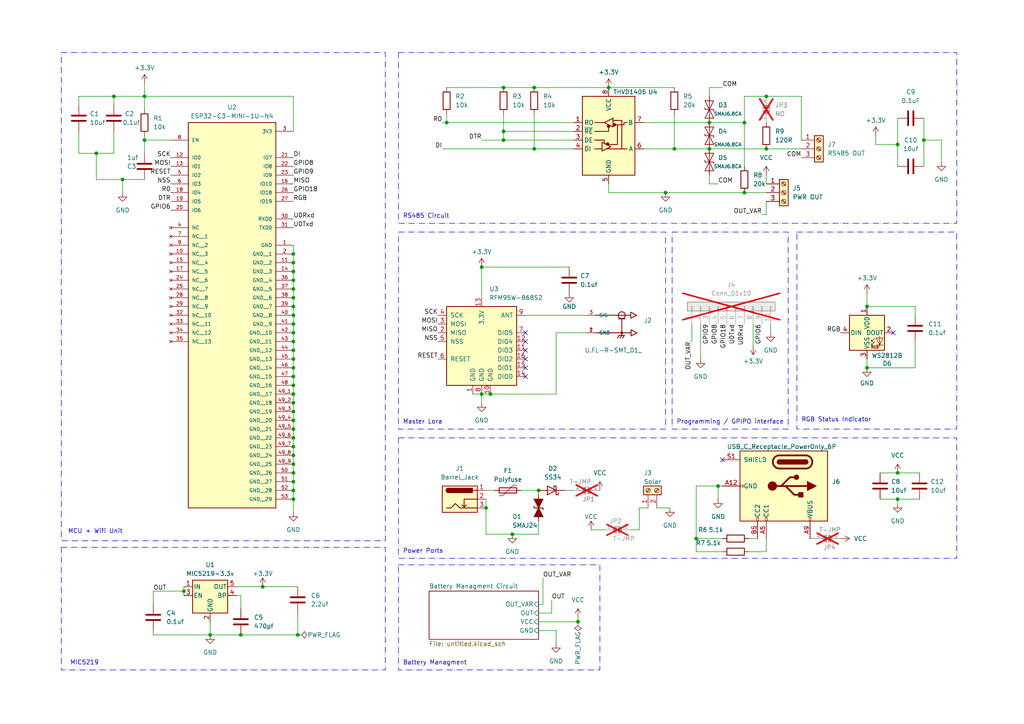
<source format=kicad_sch>
(kicad_sch (version 20250114) (generator "eeschema") (generator_version "9.0")
  (paper "A4")
  (title_block (title "Slave Node") (date "2025-07-02") (company "PCBCUPID") (comment 1 "AUTHOR : SRINIVASAN M"))
  (lib_symbols
    (symbol "Connector:Barrel_Jack_Switch_Pin3Ring" (pin_names (hide yes))
      (property "Reference" "J" (at 0 5.334 0))
      (property "Value" "Barrel_Jack_Switch_Pin3Ring" (at 0 -5.08 0))
      (symbol "Barrel_Jack_Switch_Pin3Ring_1_1"
        (pin passive line (at 7.62 2.54 180) (length 2.54) (name "~") (number "1"))
        (pin passive line (at 7.62 0 180) (length 2.54) (name "~") (number "2"))
        (pin passive line (at 7.62 -2.54 180) (length 2.54) (name "~") (number "3"))
      )
    )
    (symbol "Connector:Screw_Terminal_01x02" (pin_names (offset 1.016) (hide yes))
      (property "Reference" "J" (at 0 2.54 0))
      (property "Value" "Screw_Terminal_01x02" (at 0 -5.08 0))
      (symbol "Screw_Terminal_01x02_1_1"
        (pin passive line (at -5.08 0 0) (length 3.81) (name "Pin_1") (number "1"))
        (pin passive line (at -5.08 -2.54 0) (length 3.81) (name "Pin_2") (number "2"))
      )
    )
    (symbol "Connector:Screw_Terminal_01x03" (pin_names (offset 1.016) (hide yes))
      (property "Reference" "J" (at 0 5.08 0))
      (property "Value" "Screw_Terminal_01x03" (at 0 -5.08 0))
      (symbol "Screw_Terminal_01x03_1_1"
        (pin passive line (at -5.08 2.54 0) (length 3.81) (name "Pin_1") (number "1"))
        (pin passive line (at -5.08 0 0) (length 3.81) (name "Pin_2") (number "2"))
        (pin passive line (at -5.08 -2.54 0) (length 3.81) (name "Pin_3") (number "3"))
      )
    )
    (symbol "Connector:USB_C_Receptacle_PowerOnly_6P" (pin_names (offset 1.016))
      (property "Reference" "J" (at 0 16.51 0))
      (property "Value" "USB_C_Receptacle_PowerOnly_6P" (at 0 13.97 0))
      (symbol "USB_C_Receptacle_PowerOnly_6P_1_1"
        (pin passive line (at -7.62 -17.78 90) (length 5.08) (name "SHIELD") (number "S1"))
        (pin passive line (at 0 -17.78 90) (length 5.08) (name "GND") (number "A12"))
        (pin passive line (at 0 -17.78 90) (length 5.08) (hide yes) (name "GND") (number "B12"))
        (pin passive line (at 15.24 7.62 180) (length 5.08) (name "VBUS") (number "A9"))
        (pin passive line (at 15.24 7.62 180) (length 5.08) (hide yes) (name "VBUS") (number "B9"))
        (pin bidirectional line (at 15.24 -5.08 180) (length 5.08) (name "CC1") (number "A5"))
        (pin bidirectional line (at 15.24 -7.62 180) (length 5.08) (name "CC2") (number "B5"))
      )
    )
    (symbol "Connector_Generic:Conn_01x10" (pin_names (offset 1.016) (hide yes))
      (property "Reference" "J" (at 0 12.7 0))
      (property "Value" "Conn_01x10" (at 0 -15.24 0))
      (symbol "Conn_01x10_1_1"
        (pin passive line (at -5.08 10.16 0) (length 3.81) (name "Pin_1") (number "1"))
        (pin passive line (at -5.08 7.62 0) (length 3.81) (name "Pin_2") (number "2"))
        (pin passive line (at -5.08 5.08 0) (length 3.81) (name "Pin_3") (number "3"))
        (pin passive line (at -5.08 2.54 0) (length 3.81) (name "Pin_4") (number "4"))
        (pin passive line (at -5.08 0 0) (length 3.81) (name "Pin_5") (number "5"))
        (pin passive line (at -5.08 -2.54 0) (length 3.81) (name "Pin_6") (number "6"))
        (pin passive line (at -5.08 -5.08 0) (length 3.81) (name "Pin_7") (number "7"))
        (pin passive line (at -5.08 -7.62 0) (length 3.81) (name "Pin_8") (number "8"))
        (pin passive line (at -5.08 -10.16 0) (length 3.81) (name "Pin_9") (number "9"))
        (pin passive line (at -5.08 -12.7 0) (length 3.81) (name "Pin_10") (number "10"))
      )
    )
    (symbol "Device:C" (pin_numbers (hide yes)) (pin_names (offset 0.254))
      (property "Reference" "C" (at 0.635 2.54 0))
      (property "Value" "C" (at 0.635 -2.54 0))
      (symbol "C_1_1"
        (pin passive line (at 0 3.81 270) (length 2.794) (name "~") (number "1"))
        (pin passive line (at 0 -3.81 90) (length 2.794) (name "~") (number "2"))
      )
    )
    (symbol "Device:D_Schottky" (pin_numbers (hide yes)) (pin_names (offset 1.016) (hide yes))
      (property "Reference" "D" (at 0 2.54 0))
      (property "Value" "D_Schottky" (at 0 -2.54 0))
      (symbol "D_Schottky_1_1"
        (pin passive line (at -3.81 0 0) (length 2.54) (name "K") (number "1"))
        (pin passive line (at 3.81 0 180) (length 2.54) (name "A") (number "2"))
      )
    )
    (symbol "Device:D_TVS_Filled" (pin_numbers (hide yes)) (pin_names (offset 1.016) (hide yes))
      (property "Reference" "D" (at 0 2.54 0))
      (property "Value" "D_TVS_Filled" (at 0 -2.54 0))
      (symbol "D_TVS_Filled_1_1"
        (pin passive line (at -3.81 0 0) (length 2.54) (name "A1") (number "1"))
        (pin passive line (at 3.81 0 180) (length 2.54) (name "A2") (number "2"))
      )
    )
    (symbol "Device:Polyfuse" (pin_numbers (hide yes)) (pin_names (offset 0))
      (property "Reference" "F" (at -2.54 0 90))
      (property "Value" "Polyfuse" (at 2.54 0 90))
      (symbol "Polyfuse_1_1"
        (pin passive line (at 0 3.81 270) (length 1.27) (name "~") (number "1"))
        (pin passive line (at 0 -3.81 90) (length 1.27) (name "~") (number "2"))
      )
    )
    (symbol "Device:R" (pin_numbers (hide yes)) (pin_names (offset 0))
      (property "Reference" "R" (at 2.032 0 90))
      (property "Value" "R" (at 0 0 90))
      (symbol "R_1_1"
        (pin passive line (at 0 3.81 270) (length 1.27) (name "~") (number "1"))
        (pin passive line (at 0 -3.81 90) (length 1.27) (name "~") (number "2"))
      )
    )
    (symbol "Diode:SMAJ6.5CA" (pin_numbers (hide yes)) (pin_names (offset 1.016) (hide yes))
      (property "Reference" "D" (at 0 2.54 0))
      (property "Value" "SMAJ6.5CA" (at 0 -2.54 0))
      (symbol "SMAJ6.5CA_1_1"
        (pin passive line (at -3.81 0 0) (length 2.54) (name "A1") (number "1"))
        (pin passive line (at 3.81 0 180) (length 2.54) (name "A2") (number "2"))
      )
    )
    (symbol "ESP32-C3-MINI-1U-N4:ESP32-C3-MINI-1U-N4" (pin_names (offset 1.016))
      (property "Reference" "U" (at -12.7 18.796 0))
      (property "Value" "ESP32-C3-MINI-1U-N4" (at -12.7 -96.52 0))
      (symbol "ESP32-C3-MINI-1U-N4_0_0"
        (pin input line (at -17.78 12.7 0) (length 5.08) (name "EN") (number "8"))
        (pin bidirectional line (at -17.78 7.62 0) (length 5.08) (name "IO0") (number "12"))
        (pin bidirectional line (at -17.78 5.08 0) (length 5.08) (name "IO1") (number "13"))
        (pin bidirectional line (at -17.78 2.54 0) (length 5.08) (name "IO2") (number "5"))
        (pin bidirectional line (at -17.78 0 0) (length 5.08) (name "IO3") (number "6"))
        (pin bidirectional line (at -17.78 -2.54 0) (length 5.08) (name "IO4") (number "18"))
        (pin bidirectional line (at -17.78 -5.08 0) (length 5.08) (name "IO5") (number "19"))
        (pin bidirectional line (at -17.78 -7.62 0) (length 5.08) (name "IO6") (number "20"))
        (pin no_connect line (at -17.78 -12.7 0) (length 5.08) (name "NC") (number "4"))
        (pin no_connect line (at -17.78 -15.24 0) (length 5.08) (name "NC__1") (number "7"))
        (pin no_connect line (at -17.78 -17.78 0) (length 5.08) (name "NC__2") (number "9"))
        (pin no_connect line (at -17.78 -20.32 0) (length 5.08) (name "NC__3") (number "10"))
        (pin no_connect line (at -17.78 -22.86 0) (length 5.08) (name "NC__4") (number "15"))
        (pin no_connect line (at -17.78 -25.4 0) (length 5.08) (name "NC__5") (number "17"))
        (pin no_connect line (at -17.78 -27.94 0) (length 5.08) (name "NC__6") (number "24"))
        (pin no_connect line (at -17.78 -30.48 0) (length 5.08) (name "NC__7") (number "25"))
        (pin no_connect line (at -17.78 -33.02 0) (length 5.08) (name "NC__8") (number "28"))
        (pin no_connect line (at -17.78 -35.56 0) (length 5.08) (name "NC__9") (number "29"))
        (pin no_connect line (at -17.78 -38.1 0) (length 5.08) (name "NC__10") (number "32"))
        (pin no_connect line (at -17.78 -40.64 0) (length 5.08) (name "NC__11") (number "33"))
        (pin no_connect line (at -17.78 -43.18 0) (length 5.08) (name "NC__12") (number "34"))
        (pin no_connect line (at -17.78 -45.72 0) (length 5.08) (name "NC__13") (number "35"))
        (pin power_in line (at 17.78 15.24 180) (length 5.08) (name "3V3") (number "3"))
        (pin bidirectional line (at 17.78 7.62 180) (length 5.08) (name "IO7") (number "21"))
        (pin bidirectional line (at 17.78 5.08 180) (length 5.08) (name "IO8") (number "22"))
        (pin bidirectional line (at 17.78 2.54 180) (length 5.08) (name "IO9") (number "23"))
        (pin bidirectional line (at 17.78 0 180) (length 5.08) (name "IO10") (number "16"))
        (pin bidirectional line (at 17.78 -2.54 180) (length 5.08) (name "IO18") (number "26"))
        (pin bidirectional line (at 17.78 -5.08 180) (length 5.08) (name "IO19") (number "27"))
        (pin bidirectional line (at 17.78 -10.16 180) (length 5.08) (name "RXD0") (number "30"))
        (pin bidirectional line (at 17.78 -12.7 180) (length 5.08) (name "TXD0") (number "31"))
        (pin power_in line (at 17.78 -17.78 180) (length 5.08) (name "GND") (number "1"))
        (pin power_in line (at 17.78 -20.32 180) (length 5.08) (name "GND__1") (number "2"))
        (pin power_in line (at 17.78 -22.86 180) (length 5.08) (name "GND__2") (number "11"))
        (pin power_in line (at 17.78 -25.4 180) (length 5.08) (name "GND__3") (number "14"))
        (pin power_in line (at 17.78 -27.94 180) (length 5.08) (name "GND__4") (number "36"))
        (pin power_in line (at 17.78 -30.48 180) (length 5.08) (name "GND__5") (number "37"))
        (pin power_in line (at 17.78 -33.02 180) (length 5.08) (name "GND__6") (number "38"))
        (pin power_in line (at 17.78 -35.56 180) (length 5.08) (name "GND__7") (number "39"))
        (pin power_in line (at 17.78 -38.1 180) (length 5.08) (name "GND__8") (number "40"))
        (pin power_in line (at 17.78 -40.64 180) (length 5.08) (name "GND__9") (number "41"))
        (pin power_in line (at 17.78 -43.18 180) (length 5.08) (name "GND__10") (number "42"))
        (pin power_in line (at 17.78 -45.72 180) (length 5.08) (name "GND__11") (number "43"))
        (pin power_in line (at 17.78 -48.26 180) (length 5.08) (name "GND__12") (number "44"))
        (pin power_in line (at 17.78 -50.8 180) (length 5.08) (name "GND__13") (number "45"))
        (pin power_in line (at 17.78 -53.34 180) (length 5.08) (name "GND__14") (number "46"))
        (pin power_in line (at 17.78 -55.88 180) (length 5.08) (name "GND__15") (number "47"))
        (pin power_in line (at 17.78 -58.42 180) (length 5.08) (name "GND__16") (number "48"))
        (pin power_in line (at 17.78 -60.96 180) (length 5.08) (name "GND__17") (number "49_1"))
        (pin power_in line (at 17.78 -63.5 180) (length 5.08) (name "GND__18") (number "49_2"))
        (pin power_in line (at 17.78 -66.04 180) (length 5.08) (name "GND__19") (number "49_3"))
        (pin power_in line (at 17.78 -68.58 180) (length 5.08) (name "GND__20") (number "49_4"))
        (pin power_in line (at 17.78 -71.12 180) (length 5.08) (name "GND__21") (number "49_5"))
        (pin power_in line (at 17.78 -73.66 180) (length 5.08) (name "GND__22") (number "49_6"))
        (pin power_in line (at 17.78 -76.2 180) (length 5.08) (name "GND__23") (number "49_7"))
        (pin power_in line (at 17.78 -78.74 180) (length 5.08) (name "GND__24") (number "49_8"))
        (pin power_in line (at 17.78 -81.28 180) (length 5.08) (name "GND__25") (number "49_9"))
        (pin power_in line (at 17.78 -83.82 180) (length 5.08) (name "GND__26") (number "50"))
        (pin power_in line (at 17.78 -86.36 180) (length 5.08) (name "GND__27") (number "51"))
        (pin power_in line (at 17.78 -88.9 180) (length 5.08) (name "GND__28") (number "52"))
        (pin power_in line (at 17.78 -91.44 180) (length 5.08) (name "GND__29") (number "53"))
      )
    )
    (symbol "Interface_UART:MAX485E"
      (property "Reference" "U" (at -6.096 11.43 0))
      (property "Value" "MAX485E" (at 0.762 11.43 0))
      (symbol "MAX485E_1_1"
        (pin output line (at -10.16 2.54 0) (length 2.54) (name "RO") (number "1"))
        (pin input line (at -10.16 0 0) (length 2.54) (name "~{RE}") (number "2"))
        (pin input line (at -10.16 -2.54 0) (length 2.54) (name "DE") (number "3"))
        (pin input line (at -10.16 -5.08 0) (length 2.54) (name "DI") (number "4"))
        (pin power_in line (at 0 12.7 270) (length 2.54) (name "VCC") (number "8"))
        (pin power_in line (at 0 -15.24 90) (length 2.54) (name "GND") (number "5"))
        (pin bidirectional line (at 10.16 2.54 180) (length 2.54) (name "B") (number "7"))
        (pin bidirectional line (at 10.16 -5.08 180) (length 2.54) (name "A") (number "6"))
      )
    )
    (symbol "Jumper:SolderJumper_2_Open" (pin_names (offset 0) (hide yes))
      (property "Reference" "JP" (at 0 2.032 0))
      (property "Value" "SolderJumper_2_Open" (at 0 -2.54 0))
      (symbol "SolderJumper_2_Open_1_1"
        (pin passive line (at -3.81 0 0) (length 2.54) (name "A") (number "1"))
        (pin passive line (at 3.81 0 180) (length 2.54) (name "B") (number "2"))
      )
    )
    (symbol "LED:WS2812B" (pin_names (offset 0.254))
      (property "Reference" "D" (at 5.08 5.715 0))
      (property "Value" "WS2812B" (at 1.27 -5.715 0))
      (symbol "WS2812B_0_0"
        (text "RGB" (at 2.286 -4.191 0) (effects (font (size 0.762 0.762))))
      )
      (symbol "WS2812B_1_1"
        (pin input line (at -7.62 0 0) (length 2.54) (name "DIN") (number "4"))
        (pin power_in line (at 0 7.62 270) (length 2.54) (name "VDD") (number "1"))
        (pin power_in line (at 0 -7.62 90) (length 2.54) (name "VSS") (number "3"))
        (pin output line (at 7.62 0 180) (length 2.54) (name "DOUT") (number "2"))
      )
    )
    (symbol "RF_Module:RFM95W-868S2" (pin_names (offset 1.016))
      (property "Reference" "U" (at -10.414 11.684 0))
      (property "Value" "RFM95W-868S2" (at 1.524 11.43 0))
      (symbol "RFM95W-868S2_1_1"
        (pin input line (at -12.7 7.62 0) (length 2.54) (name "SCK") (number "4"))
        (pin input line (at -12.7 5.08 0) (length 2.54) (name "MOSI") (number "3"))
        (pin output line (at -12.7 2.54 0) (length 2.54) (name "MISO") (number "2"))
        (pin input line (at -12.7 0 0) (length 2.54) (name "NSS") (number "5"))
        (pin bidirectional line (at -12.7 -5.08 0) (length 2.54) (name "RESET") (number "6"))
        (pin power_in line (at -2.54 -15.24 90) (length 2.54) (name "GND") (number "1"))
        (pin power_in line (at 0 12.7 270) (length 2.54) (name "3.3V") (number "13"))
        (pin power_in line (at 0 -15.24 90) (length 2.54) (name "GND") (number "8"))
        (pin power_in line (at 2.54 -15.24 90) (length 2.54) (name "GND") (number "10"))
        (pin bidirectional line (at 12.7 7.62 180) (length 2.54) (name "ANT") (number "9"))
        (pin bidirectional line (at 12.7 2.54 180) (length 2.54) (name "DIO5") (number "7"))
        (pin bidirectional line (at 12.7 0 180) (length 2.54) (name "DIO4") (number "12"))
        (pin bidirectional line (at 12.7 -2.54 180) (length 2.54) (name "DIO3") (number "11"))
        (pin bidirectional line (at 12.7 -5.08 180) (length 2.54) (name "DIO2") (number "16"))
        (pin bidirectional line (at 12.7 -7.62 180) (length 2.54) (name "DIO1") (number "15"))
        (pin bidirectional line (at 12.7 -10.16 180) (length 2.54) (name "DIO0") (number "14"))
      )
    )
    (symbol "Regulator_Linear:MIC5219-3.3YM5" (pin_names (offset 0.254))
      (property "Reference" "U" (at -3.81 5.715 0))
      (property "Value" "MIC5219-3.3YM5" (at 0 5.715 0))
      (symbol "MIC5219-3.3YM5_1_1"
        (pin power_in line (at -7.62 2.54 0) (length 2.54) (name "IN") (number "1"))
        (pin input line (at -7.62 0 0) (length 2.54) (name "EN") (number "3"))
        (pin power_in line (at 0 -7.62 90) (length 2.54) (name "GND") (number "2"))
        (pin power_out line (at 7.62 2.54 180) (length 2.54) (name "OUT") (number "5"))
        (pin input line (at 7.62 0 180) (length 2.54) (name "BP") (number "4"))
      )
    )
    (symbol "U.FL-R-SMT_01_:U.FL-R-SMT_01_" (pin_names (offset 1.016))
      (property "Reference" "J" (at -3.8186 4.0731 0))
      (property "Value" "U.FL-R-SMT_01_" (at -4.3278 -5.6007 0))
      (symbol "U.FL-R-SMT_01__0_0"
        (pin passive line (at -10.16 2.54 0) (length 2.54) (name "SIG") (number "3"))
        (pin passive line (at -10.16 -2.54 0) (length 2.54) (name "GND") (number "1"))
        (pin passive line (at -10.16 -2.54 0) (length 2.54) (name "GND") (number "2"))
      )
    )
    (symbol "power:+3.3V" (power) (pin_names (offset 0))
      (property "Value" "+3.3V" (at 0 3.556 0))
      (symbol "+3.3V_1_1"
        (pin power_in line (at 0 0 90) (length 0) (hide yes) (name "+3.3V") (number "1"))
      )
    )
    (symbol "power:GND" (power) (pin_names (offset 0))
      (property "Value" "GND" (at 0 -3.81 0))
      (symbol "GND_1_1"
        (pin power_in line (at 0 0 270) (length 0) (hide yes) (name "GND") (number "1"))
      )
    )
    (symbol "power:PWR_FLAG" (power) (pin_numbers (hide yes)) (pin_names (offset 0) (hide yes))
      (property "Value" "PWR_FLAG" (at 0 3.81 0))
      (symbol "PWR_FLAG_0_0"
        (pin power_out line (at 0 0 90) (length 0) (name "pwr") (number "1"))
      )
    )
    (symbol "power:VCC" (power) (pin_names (offset 0))
      (property "Value" "VCC" (at 0 3.81 0))
      (symbol "VCC_1_1"
        (pin power_in line (at 0 0 90) (length 0) (hide yes) (name "VCC") (number "1"))
      )
    )
  )
  (rectangle (start 17.78 158.75) (end 111.76 194.31) (stroke (width 0) (type dash_dot)))
  (rectangle (start 115.57 127) (end 277.495 161.925) (stroke (width 0) (type dash_dot)))
  (rectangle (start 115.57 15.24) (end 277.495 64.77) (stroke (width 0) (type dash_dot)))
  (rectangle (start 17.78 15.24) (end 111.76 156.845) (stroke (width 0) (type dash_dot)))
  (rectangle (start 194.945 67.31) (end 228.6 124.46) (stroke (width 0) (type dash_dot)))
  (rectangle (start 231.14 67.31) (end 277.495 124.46) (stroke (width 0) (type dash_dot)))
  (rectangle (start 115.57 67.31) (end 193.04 124.46) (stroke (width 0) (type dash_dot)))
  (rectangle (start 115.57 163.83) (end 173.99 194.31) (stroke (width 0) (type dash_dot)))
  (text "Battery Managment" (at 116.84 193.04 0) (effects (font (size 1.27 1.27)) (justify left bottom)))
  (text "Programming / GPIPO interface" (at 196.215 123.19 0) (effects (font (size 1.27 1.27)) (justify left bottom)))
  (text "MCU + Wifi Unit\n" (at 19.685 154.94 0) (effects (font (size 1.27 1.27)) (justify left bottom)))
  (text "MIC5219" (at 20.32 193.04 0) (effects (font (size 1.27 1.27)) (justify left bottom)))
  (text "Master Lora" (at 116.84 123.19 0) (effects (font (size 1.27 1.27)) (justify left bottom)))
  (text "Power Ports\n" (at 116.84 160.655 0) (effects (font (size 1.27 1.27)) (justify left bottom)))
  (text "RS485 Circuit" (at 116.84 63.5 0) (effects (font (size 1.27 1.27)) (justify left bottom)))
  (text "RGB Status Indicator" (at 232.41 122.555 0) (effects (font (size 1.27 1.27)) (justify left bottom)))
  (junction (at 85.09 119.38))
  (junction (at 260.35 137.16))
  (junction (at 260.35 41.91))
  (junction (at 41.91 27.94))
  (junction (at 167.64 180.34))
  (junction (at 85.09 104.14))
  (junction (at 85.09 91.44))
  (junction (at 35.56 52.07))
  (junction (at 139.7 77.47))
  (junction (at 85.09 139.7))
  (junction (at 222.25 27.94))
  (junction (at 148.59 154.94))
  (junction (at 85.09 121.92))
  (junction (at 85.09 137.16))
  (junction (at 146.05 25.4))
  (junction (at 205.74 35.56))
  (junction (at 176.53 25.4))
  (junction (at 85.09 76.2))
  (junction (at 85.09 96.52))
  (junction (at 85.09 132.08))
  (junction (at 33.02 27.94))
  (junction (at 69.85 184.15))
  (junction (at 85.09 86.36))
  (junction (at 85.09 73.66))
  (junction (at 85.09 111.76))
  (junction (at 139.7 114.3))
  (junction (at 129.54 35.56))
  (junction (at 208.28 140.97))
  (junction (at 146.05 38.1))
  (junction (at 85.09 106.68))
  (junction (at 85.09 142.24))
  (junction (at 251.46 106.68))
  (junction (at 85.09 101.6))
  (junction (at 85.09 116.84))
  (junction (at 85.09 129.54))
  (junction (at 60.96 184.15))
  (junction (at 146.05 40.64))
  (junction (at 76.2 170.18))
  (junction (at 140.97 147.32))
  (junction (at 156.21 142.24))
  (junction (at 85.09 144.78))
  (junction (at 85.09 93.98))
  (junction (at 251.46 88.9))
  (junction (at 85.09 99.06))
  (junction (at 267.97 40.64))
  (junction (at 201.93 156.21))
  (junction (at 85.09 88.9))
  (junction (at 195.58 43.18))
  (junction (at 41.91 40.64))
  (junction (at 85.09 78.74))
  (junction (at 142.24 114.3))
  (junction (at 53.34 171.45))
  (junction (at 85.09 127))
  (junction (at 215.9 35.56))
  (junction (at 85.09 134.62))
  (junction (at 260.35 144.78))
  (junction (at 85.09 83.82))
  (junction (at 85.09 114.3))
  (junction (at 205.74 43.18))
  (junction (at 222.25 43.18))
  (junction (at 215.9 55.88))
  (junction (at 85.09 109.22))
  (junction (at 154.94 25.4))
  (junction (at 154.94 43.18))
  (junction (at 85.09 124.46))
  (junction (at 193.04 55.88))
  (junction (at 27.94 44.45))
  (junction (at 86.36 184.15))
  (junction (at 85.09 81.28))
  (no_connect (at 152.4 99.06))
  (no_connect (at 152.4 101.6))
  (no_connect (at 209.55 133.35))
  (no_connect (at 152.4 104.14))
  (no_connect (at 152.4 96.52))
  (no_connect (at 259.08 96.52))
  (no_connect (at 152.4 109.22))
  (no_connect (at 152.4 106.68))
  (wire (pts (xy 209.55 156.21) (xy 201.93 156.21)))
  (wire (pts (xy 85.09 144.78) (xy 85.09 148.59)))
  (wire (pts (xy 251.46 106.68) (xy 265.43 106.68)))
  (wire (pts (xy 205.74 43.18) (xy 222.25 43.18)))
  (wire (pts (xy 208.28 140.97) (xy 209.55 140.97)))
  (wire (pts (xy 85.09 86.36) (xy 85.09 88.9)))
  (wire (pts (xy 193.04 55.88) (xy 215.9 55.88)))
  (wire (pts (xy 27.94 44.45) (xy 33.02 44.45)))
  (wire (pts (xy 85.09 71.12) (xy 85.09 73.66)))
  (wire (pts (xy 85.09 119.38) (xy 85.09 121.92)))
  (wire (pts (xy 160.02 173.99) (xy 160.02 177.8)))
  (wire (pts (xy 208.28 53.34) (xy 205.74 53.34)))
  (wire (pts (xy 44.45 182.88) (xy 44.45 184.15)))
  (wire (pts (xy 255.27 137.16) (xy 260.35 137.16)))
  (wire (pts (xy 234.95 156.21) (xy 236.22 156.21)))
  (wire (pts (xy 176.53 53.34) (xy 176.53 55.88)))
  (wire (pts (xy 161.29 96.52) (xy 161.29 114.3)))
  (wire (pts (xy 85.09 109.22) (xy 85.09 111.76)))
  (wire (pts (xy 260.35 41.91) (xy 254 41.91)))
  (wire (pts (xy 76.2 170.18) (xy 86.36 170.18)))
  (wire (pts (xy 85.09 101.6) (xy 85.09 104.14)))
  (wire (pts (xy 86.36 184.15) (xy 69.85 184.15)))
  (wire (pts (xy 260.35 41.91) (xy 260.35 48.26)))
  (wire (pts (xy 41.91 27.94) (xy 41.91 31.75)))
  (wire (pts (xy 163.83 142.24) (xy 166.37 142.24)))
  (wire (pts (xy 176.53 25.4) (xy 195.58 25.4)))
  (wire (pts (xy 22.86 27.94) (xy 22.86 30.48)))
  (wire (pts (xy 137.16 114.3) (xy 139.7 114.3)))
  (wire (pts (xy 53.34 170.18) (xy 53.34 171.45)))
  (wire (pts (xy 265.43 88.9) (xy 265.43 91.44)))
  (wire (pts (xy 86.36 177.8) (xy 86.36 184.15)))
  (wire (pts (xy 260.35 137.16) (xy 266.7 137.16)))
  (wire (pts (xy 186.69 35.56) (xy 205.74 35.56)))
  (wire (pts (xy 205.74 27.94) (xy 205.74 25.4)))
  (wire (pts (xy 185.42 153.67) (xy 182.88 153.67)))
  (wire (pts (xy 195.58 33.02) (xy 195.58 43.18)))
  (wire (pts (xy 251.46 104.14) (xy 251.46 106.68)))
  (wire (pts (xy 22.86 44.45) (xy 27.94 44.45)))
  (wire (pts (xy 170.18 96.52) (xy 161.29 96.52)))
  (wire (pts (xy 85.09 139.7) (xy 85.09 142.24)))
  (wire (pts (xy 85.09 127) (xy 85.09 129.54)))
  (wire (pts (xy 128.27 43.18) (xy 154.94 43.18)))
  (wire (pts (xy 201.93 140.97) (xy 208.28 140.97)))
  (wire (pts (xy 217.17 160.02) (xy 222.25 160.02)))
  (wire (pts (xy 140.97 142.24) (xy 143.51 142.24)))
  (wire (pts (xy 60.96 184.15) (xy 69.85 184.15)))
  (wire (pts (xy 140.97 147.32) (xy 140.97 154.94)))
  (wire (pts (xy 41.91 39.37) (xy 41.91 40.64)))
  (wire (pts (xy 41.91 27.94) (xy 33.02 27.94)))
  (wire (pts (xy 27.94 44.45) (xy 27.94 52.07)))
  (wire (pts (xy 35.56 52.07) (xy 35.56 55.88)))
  (wire (pts (xy 129.54 25.4) (xy 146.05 25.4)))
  (wire (pts (xy 254 39.37) (xy 254 41.91)))
  (wire (pts (xy 208.28 140.97) (xy 208.28 144.78)))
  (wire (pts (xy 129.54 33.02) (xy 129.54 35.56)))
  (wire (pts (xy 41.91 40.64) (xy 41.91 44.45)))
  (wire (pts (xy 161.29 182.88) (xy 161.29 186.69)))
  (wire (pts (xy 223.52 93.98) (xy 223.52 96.52)))
  (wire (pts (xy 41.91 24.13) (xy 41.91 27.94)))
  (wire (pts (xy 232.41 27.94) (xy 232.41 40.64)))
  (wire (pts (xy 69.85 172.72) (xy 69.85 176.53)))
  (wire (pts (xy 171.45 153.67) (xy 175.26 153.67)))
  (wire (pts (xy 167.64 180.34) (xy 156.21 180.34)))
  (wire (pts (xy 156.21 177.8) (xy 160.02 177.8)))
  (wire (pts (xy 201.93 160.02) (xy 209.55 160.02)))
  (wire (pts (xy 154.94 43.18) (xy 166.37 43.18)))
  (wire (pts (xy 85.09 78.74) (xy 85.09 81.28)))
  (wire (pts (xy 139.7 40.64) (xy 146.05 40.64)))
  (wire (pts (xy 215.9 35.56) (xy 215.9 27.94)))
  (wire (pts (xy 85.09 93.98) (xy 85.09 96.52)))
  (wire (pts (xy 129.54 35.56) (xy 166.37 35.56)))
  (wire (pts (xy 222.25 27.94) (xy 232.41 27.94)))
  (wire (pts (xy 217.17 156.21) (xy 219.71 156.21)))
  (wire (pts (xy 27.94 52.07) (xy 35.56 52.07)))
  (wire (pts (xy 205.74 25.4) (xy 209.55 25.4)))
  (wire (pts (xy 146.05 38.1) (xy 166.37 38.1)))
  (wire (pts (xy 220.98 62.23) (xy 222.25 62.23)))
  (wire (pts (xy 251.46 85.09) (xy 251.46 88.9)))
  (wire (pts (xy 232.41 43.18) (xy 222.25 43.18)))
  (wire (pts (xy 85.09 129.54) (xy 85.09 132.08)))
  (wire (pts (xy 215.9 35.56) (xy 215.9 48.26)))
  (wire (pts (xy 157.48 167.64) (xy 157.48 175.26)))
  (wire (pts (xy 251.46 88.9) (xy 265.43 88.9)))
  (wire (pts (xy 205.74 50.8) (xy 205.74 53.34)))
  (wire (pts (xy 85.09 106.68) (xy 85.09 109.22)))
  (wire (pts (xy 195.58 43.18) (xy 205.74 43.18)))
  (wire (pts (xy 44.45 171.45) (xy 44.45 175.26)))
  (wire (pts (xy 148.59 154.94) (xy 140.97 154.94)))
  (wire (pts (xy 85.09 104.14) (xy 85.09 106.68)))
  (wire (pts (xy 85.09 124.46) (xy 85.09 127)))
  (wire (pts (xy 85.09 91.44) (xy 85.09 93.98)))
  (wire (pts (xy 85.09 76.2) (xy 85.09 78.74)))
  (wire (pts (xy 215.9 55.88) (xy 222.25 55.88)))
  (wire (pts (xy 273.05 40.64) (xy 273.05 46.99)))
  (wire (pts (xy 151.13 142.24) (xy 156.21 142.24)))
  (wire (pts (xy 139.7 77.47) (xy 165.1 77.47)))
  (wire (pts (xy 154.94 33.02) (xy 154.94 43.18)))
  (wire (pts (xy 85.09 142.24) (xy 85.09 144.78)))
  (wire (pts (xy 186.69 43.18) (xy 195.58 43.18)))
  (wire (pts (xy 156.21 151.13) (xy 156.21 154.94)))
  (wire (pts (xy 205.74 35.56) (xy 215.9 35.56)))
  (wire (pts (xy 167.64 179.07) (xy 167.64 180.34)))
  (wire (pts (xy 85.09 116.84) (xy 85.09 119.38)))
  (wire (pts (xy 85.09 134.62) (xy 85.09 137.16)))
  (wire (pts (xy 85.09 114.3) (xy 85.09 116.84)))
  (wire (pts (xy 200.66 93.98) (xy 200.66 99.06)))
  (wire (pts (xy 222.25 62.23) (xy 222.25 58.42)))
  (wire (pts (xy 85.09 81.28) (xy 85.09 83.82)))
  (wire (pts (xy 267.97 40.64) (xy 267.97 48.26)))
  (wire (pts (xy 85.09 27.94) (xy 85.09 38.1)))
  (wire (pts (xy 152.4 91.44) (xy 170.18 91.44)))
  (wire (pts (xy 260.35 144.78) (xy 260.35 146.05)))
  (wire (pts (xy 146.05 38.1) (xy 146.05 40.64)))
  (wire (pts (xy 146.05 33.02) (xy 146.05 38.1)))
  (wire (pts (xy 185.42 147.32) (xy 185.42 153.67)))
  (wire (pts (xy 222.25 160.02) (xy 222.25 156.21)))
  (wire (pts (xy 35.56 52.07) (xy 41.91 52.07)))
  (wire (pts (xy 85.09 137.16) (xy 85.09 139.7)))
  (wire (pts (xy 267.97 40.64) (xy 273.05 40.64)))
  (wire (pts (xy 201.93 156.21) (xy 201.93 140.97)))
  (wire (pts (xy 265.43 99.06) (xy 265.43 106.68)))
  (wire (pts (xy 146.05 40.64) (xy 166.37 40.64)))
  (wire (pts (xy 85.09 121.92) (xy 85.09 124.46)))
  (wire (pts (xy 190.5 147.32) (xy 194.31 147.32)))
  (wire (pts (xy 33.02 27.94) (xy 33.02 30.48)))
  (wire (pts (xy 41.91 40.64) (xy 49.53 40.64)))
  (wire (pts (xy 267.97 34.29) (xy 267.97 40.64)))
  (wire (pts (xy 156.21 142.24) (xy 156.21 143.51)))
  (wire (pts (xy 201.93 156.21) (xy 201.93 160.02)))
  (wire (pts (xy 260.35 144.78) (xy 266.7 144.78)))
  (wire (pts (xy 176.53 55.88) (xy 193.04 55.88)))
  (wire (pts (xy 85.09 88.9) (xy 85.09 91.44)))
  (wire (pts (xy 142.24 114.3) (xy 161.29 114.3)))
  (wire (pts (xy 33.02 44.45) (xy 33.02 38.1)))
  (wire (pts (xy 203.2 93.98) (xy 203.2 104.14)))
  (wire (pts (xy 85.09 83.82) (xy 85.09 86.36)))
  (wire (pts (xy 128.27 35.56) (xy 129.54 35.56)))
  (wire (pts (xy 85.09 96.52) (xy 85.09 99.06)))
  (wire (pts (xy 85.09 111.76) (xy 85.09 114.3)))
  (wire (pts (xy 154.94 25.4) (xy 176.53 25.4)))
  (wire (pts (xy 187.96 147.32) (xy 185.42 147.32)))
  (wire (pts (xy 53.34 171.45) (xy 44.45 171.45)))
  (wire (pts (xy 139.7 114.3) (xy 142.24 114.3)))
  (wire (pts (xy 156.21 154.94) (xy 148.59 154.94)))
  (wire (pts (xy 156.21 182.88) (xy 161.29 182.88)))
  (wire (pts (xy 69.85 172.72) (xy 68.58 172.72)))
  (wire (pts (xy 215.9 27.94) (xy 222.25 27.94)))
  (wire (pts (xy 22.86 38.1) (xy 22.86 44.45)))
  (wire (pts (xy 85.09 99.06) (xy 85.09 101.6)))
  (wire (pts (xy 85.09 132.08) (xy 85.09 134.62)))
  (wire (pts (xy 68.58 170.18) (xy 76.2 170.18)))
  (wire (pts (xy 139.7 114.3) (xy 139.7 116.84)))
  (wire (pts (xy 156.21 175.26) (xy 157.48 175.26)))
  (wire (pts (xy 41.91 27.94) (xy 85.09 27.94)))
  (wire (pts (xy 255.27 144.78) (xy 260.35 144.78)))
  (wire (pts (xy 85.09 73.66) (xy 85.09 76.2)))
  (wire (pts (xy 140.97 144.78) (xy 140.97 147.32)))
  (wire (pts (xy 218.44 93.98) (xy 218.44 100.33)))
  (wire (pts (xy 44.45 184.15) (xy 60.96 184.15)))
  (wire (pts (xy 53.34 171.45) (xy 53.34 172.72)))
  (wire (pts (xy 146.05 25.4) (xy 154.94 25.4)))
  (wire (pts (xy 33.02 27.94) (xy 22.86 27.94)))
  (wire (pts (xy 260.35 34.29) (xy 260.35 41.91)))
  (wire (pts (xy 139.7 77.47) (xy 139.7 86.36)))
  (wire (pts (xy 60.96 184.15) (xy 60.96 180.34)))
  (wire (pts (xy 222.25 50.8) (xy 222.25 53.34)))
  (label "DI" (at 128.27 43.18 180))
  (label "R0" (at 49.53 55.88 180))
  (label "U0Txd" (at 85.09 66.04 0))
  (label "OUT_VAR" (at 200.66 99.06 270))
  (label "MOSI" (at 127 93.98 180))
  (label "GPIO8" (at 85.09 48.26 0))
  (label "RESET" (at 127 104.14 180))
  (label "NSS" (at 127 99.06 180))
  (label "OUT_VAR" (at 157.48 167.64 0))
  (label "R0" (at 128.27 35.56 180))
  (label "MISO" (at 127 96.52 180))
  (label "OUT" (at 44.45 171.45 0))
  (label "GPIO6" (at 49.53 60.96 180))
  (label "COM" (at 208.28 53.34 0))
  (label "OUT_VAR" (at 220.98 62.23 180))
  (label "GPIO8" (at 208.28 93.98 270))
  (label "GPIO9" (at 85.09 50.8 0))
  (label "SCK" (at 49.53 45.72 180))
  (label "U0Txd" (at 213.36 93.98 270))
  (label "U0Rxd" (at 85.09 63.5 0))
  (label "SCK" (at 127 91.44 180))
  (label "DI" (at 85.09 45.72 0))
  (label "U0Rxd" (at 215.9 93.98 270))
  (label "RGB" (at 85.09 58.42 0))
  (label "DTR" (at 139.7 40.64 180))
  (label "MISO" (at 85.09 53.34 0))
  (label "GPIO9" (at 205.74 93.98 270))
  (label "RESET" (at 49.53 50.8 180))
  (label "COM" (at 209.55 25.4 0))
  (label "COM" (at 232.41 45.72 180))
  (label "MOSI" (at 49.53 48.26 180))
  (label "DTR" (at 49.53 58.42 180))
  (label "NSS" (at 49.53 53.34 180))
  (label "GPIO18" (at 85.09 55.88 0))
  (label "GPIO6" (at 220.98 93.98 270))
  (label "OUT" (at 160.02 173.99 0))
  (label "RGB" (at 243.84 96.52 180))
  (label "GPIO18" (at 210.82 93.98 270))
  (symbol (lib_id "Device:R") (at 41.91 35.56 0) (unit 1)
    (property "Reference" "R1" (at 44.45 34.29 0) (effects (justify left)))
    (property "Value" "10k" (at 44.45 36.83 0) (effects (justify left)))
    (property "Footprint" "Resistor_SMD:R_0805_2012Metric_Pad1.20x1.40mm_HandSolder" (effects (hide yes)))
  )
  (symbol (lib_id "Connector_Generic:Conn_01x10") (at 210.82 88.9 90) (unit 1) (dnp yes)
    (property "Reference" "J4" (at 212.09 82.55 90))
    (property "Value" "Conn_01x10" (at 212.09 85.09 90))
    (property "Footprint" "Connector_PinSocket_2.54mm:PinSocket_1x10_P2.54mm_Vertical" (effects (hide yes)))
  )
  (symbol (lib_id "power:GND") (at 139.7 116.84 0) (unit 1)
    (property "Reference" "#PWR07" (effects (hide yes)))
    (property "Value" "GND" (at 139.7 121.92 0))
  )
  (symbol (lib_id "Device:D_TVS_Filled") (at 156.21 147.32 90) (unit 1)
    (property "Reference" "D1" (at 148.59 149.86 90) (effects (justify right)))
    (property "Value" "SMAJ24" (at 148.59 152.4 90) (effects (justify right)))
    (property "Footprint" "Diode_SMD:D_SMB_Handsoldering" (effects (hide yes)))
  )
  (symbol (lib_id "Device:R") (at 146.05 29.21 0) (unit 1)
    (property "Reference" "R3" (at 148.59 27.94 0) (effects (justify left)))
    (property "Value" "10k" (at 148.59 30.48 0) (effects (justify left)))
    (property "Footprint" "Resistor_SMD:R_0805_2012Metric_Pad1.20x1.40mm_HandSolder" (effects (hide yes)))
  )
  (symbol (lib_id "power:GND") (at 223.52 96.52 0) (unit 1)
    (property "Reference" "#PWR021" (effects (hide yes)))
    (property "Value" "GND" (at 223.52 101.6 0))
  )
  (symbol (lib_id "Jumper:SolderJumper_2_Open") (at 170.18 142.24 0) (mirror y) (unit 1) (dnp yes)
    (property "Reference" "JP1" (at 168.91 144.78 0) (effects (justify right)))
    (property "Value" "T-JMP" (at 165.1 139.7 0) (effects (justify right)))
    (property "Footprint" "Jumper:SolderJumper-2_P1.3mm_Open_TrianglePad1.0x1.5mm" (effects (hide yes)))
  )
  (symbol (lib_id "Diode:SMAJ6.5CA") (at 205.74 31.75 90) (unit 1)
    (property "Reference" "D3" (at 208.28 30.48 90) (effects (justify right)))
    (property "Value" "SMAJ6.8CA" (at 207.01 33.02 90) (effects (font (size 1 1)) (justify right)))
    (property "Footprint" "Diode_SMD:D_SMA" (effects (hide yes)))
    (property "Datasheet" "https://www.littelfuse.com/media?resourcetype=datasheets&itemid=75e32973-b177-4ee3-a0ff-cedaf1abdb93&filename=smaj-datasheet" (effects (hide yes)))
  )
  (symbol (lib_id "power:+3.3V") (at 251.46 85.09 0) (unit 1)
    (property "Reference" "#PWR023" (effects (hide yes)))
    (property "Value" "+3.3V" (at 251.46 80.645 0))
  )
  (symbol (lib_id "Device:Polyfuse") (at 147.32 142.24 90) (unit 1)
    (property "Reference" "F1" (at 147.32 136.525 90))
    (property "Value" "Polyfuse" (at 147.32 139.065 90))
    (property "Footprint" "Fuse:Fuse_1812_4532Metric_Pad1.30x3.40mm_HandSolder" (effects (hide yes)))
  )
  (symbol (lib_id "power:VCC") (at 222.25 50.8 0) (unit 1)
    (property "Reference" "#PWR020" (effects (hide yes)))
    (property "Value" "VCC" (at 222.25 45.72 0))
  )
  (symbol (lib_id "power:VCC") (at 243.84 156.21 270) (unit 1)
    (property "Reference" "#PWR022" (effects (hide yes)))
    (property "Value" "VCC" (at 247.65 156.21 90) (effects (justify left)))
  )
  (symbol (lib_id "power:VCC") (at 173.99 142.24 0) (unit 1)
    (property "Reference" "#PWR013" (effects (hide yes)))
    (property "Value" "VCC" (at 173.99 137.16 0))
  )
  (symbol (lib_id "Diode:SMAJ6.5CA") (at 205.74 46.99 90) (unit 1)
    (property "Reference" "D5" (at 208.28 45.72 90) (effects (justify right)))
    (property "Value" "SMAJ6.8CA" (at 207.01 48.26 90) (effects (font (size 1 1)) (justify right)))
    (property "Footprint" "Diode_SMD:D_SMA" (effects (hide yes)))
    (property "Datasheet" "https://www.littelfuse.com/media?resourcetype=datasheets&itemid=75e32973-b177-4ee3-a0ff-cedaf1abdb93&filename=smaj-datasheet" (effects (hide yes)))
  )
  (symbol (lib_id "LED:WS2812B") (at 251.46 96.52 0) (unit 1)
    (property "Reference" "D6" (at 257.302 105.41 0))
    (property "Value" "WS2812B" (at 257.302 103.124 0))
    (property "Footprint" "LED_SMD:LED_WS2812B_PLCC4_5.0x5.0mm_P3.2mm" (effects (hide yes)))
    (property "Datasheet" "https://cdn-shop.adafruit.com/datasheets/WS2812B.pdf" (effects (hide yes)))
  )
  (symbol (lib_id "Device:R") (at 129.54 29.21 0) (unit 1)
    (property "Reference" "R2" (at 132.08 27.94 0) (effects (justify left)))
    (property "Value" "10k" (at 132.08 30.48 0) (effects (justify left)))
    (property "Footprint" "Resistor_SMD:R_0805_2012Metric_Pad1.20x1.40mm_HandSolder" (effects (hide yes)))
  )
  (symbol (lib_id "Device:D_Schottky") (at 160.02 142.24 180) (unit 1)
    (property "Reference" "D2" (at 160.3375 135.89 0))
    (property "Value" "SS34" (at 160.3375 138.43 0))
    (property "Footprint" "Diode_SMD:D_SMB_Handsoldering" (effects (hide yes)))
  )
  (symbol (lib_id "power:GND") (at 260.35 146.05 0) (unit 1)
    (property "Reference" "#PWR027" (effects (hide yes)))
    (property "Value" "GND" (at 260.35 151.13 0))
  )
  (symbol (lib_id "power:VCC") (at 167.64 179.07 0) (unit 1)
    (property "Reference" "#PWR011" (effects (hide yes)))
    (property "Value" "VCC" (at 167.64 173.99 0))
  )
  (symbol (lib_id "power:GND") (at 165.1 85.09 0) (unit 1)
    (property "Reference" "#PWR010" (effects (hide yes)))
    (property "Value" "GND" (at 165.1 88.9 0))
  )
  (symbol (lib_id "Device:C") (at 255.27 140.97 0) (unit 1)
    (property "Reference" "C8" (at 258.445 139.7 0) (effects (justify left)))
    (property "Value" "10uf" (at 258.445 142.24 0) (effects (justify left)))
    (property "Footprint" "Capacitor_SMD:C_0805_2012Metric_Pad1.18x1.45mm_HandSolder" (effects (hide yes)))
  )
  (symbol (lib_id "ESP32-C3-MINI-1U-N4:ESP32-C3-MINI-1U-N4") (at 67.31 53.34 0) (unit 1)
    (property "Reference" "U2" (at 67.31 31.115 0))
    (property "Value" "ESP32-C3-MINI-1U-N4" (at 67.31 33.655 0))
    (property "Footprint" "ESP32_C3_MINI_1U_N4:XCVR_ESP32-C3-MINI-1U-N4" (effects (hide yes)))
    (property "PARTREV" "v1.0" (effects (hide yes)))
    (property "MANUFACTURER" "Espressif Systems" (effects (hide yes)))
    (property "MAXIMUM_PACKAGE_HEIGHT" "2.55mm" (effects (hide yes)))
    (property "STANDARD" "Manufacturer Recommendations" (effects (hide yes)))
  )
  (symbol (lib_id "Device:C") (at 264.16 34.29 90) (unit 1)
    (property "Reference" "C9" (at 264.16 26.67 90))
    (property "Value" "0.1uF" (at 264.16 29.21 90))
    (property "Footprint" "Capacitor_SMD:C_0805_2012Metric_Pad1.18x1.45mm_HandSolder" (effects (hide yes)))
  )
  (symbol (lib_id "power:GND") (at 35.56 55.88 0) (unit 1)
    (property "Reference" "#PWR01" (effects (hide yes)))
    (property "Value" "GND" (at 35.56 60.96 0))
  )
  (symbol (lib_id "power:PWR_FLAG") (at 167.64 180.34 180) (unit 1)
    (property "Reference" "#FLG02" (effects (hide yes)))
    (property "Value" "PWR_FLAG" (at 167.64 187.96 90))
  )
  (symbol (lib_id "power:+3.3V") (at 176.53 25.4 0) (unit 1)
    (property "Reference" "#PWR014" (effects (hide yes)))
    (property "Value" "+3.3V" (at 176.53 20.955 0))
  )
  (symbol (lib_id "Interface_UART:MAX485E") (at 176.53 38.1 0) (unit 1)
    (property "Reference" "U4" (at 187.96 26.67 0) (effects (justify left)))
    (property "Value" "THVD1406" (at 177.8 26.67 0) (effects (justify left)))
    (property "Footprint" "Package_SO:SO-8_5.3x6.2mm_P1.27mm" (effects (hide yes)))
    (property "Datasheet" "https://www.ti.com/lit/ds/symlink/thvd1406.pdf?ts=1751614038517&ref_url=https%253A%252F%252Fwww.google.com%252F" (effects (hide yes)))
  )
  (symbol (lib_id "Diode:SMAJ6.5CA") (at 205.74 39.37 90) (unit 1)
    (property "Reference" "D4" (at 208.28 38.1 90) (effects (justify right)))
    (property "Value" "SMAJ6.8CA" (at 207.01 41.91 90) (effects (font (size 1 1)) (justify right)))
    (property "Footprint" "Diode_SMD:D_SMA" (effects (hide yes)))
    (property "Datasheet" "https://www.littelfuse.com/media?resourcetype=datasheets&itemid=75e32973-b177-4ee3-a0ff-cedaf1abdb93&filename=smaj-datasheet" (effects (hide yes)))
  )
  (symbol (lib_id "power:GND") (at 208.28 144.78 0) (unit 1)
    (property "Reference" "#PWR018" (effects (hide yes)))
    (property "Value" "GND" (at 208.28 149.86 0))
  )
  (symbol (lib_id "power:GND") (at 193.04 55.88 0) (unit 1)
    (property "Reference" "#PWR015" (effects (hide yes)))
    (property "Value" "GND" (at 193.04 60.96 0))
  )
  (symbol (lib_id "power:GND") (at 85.09 148.59 0) (unit 1)
    (property "Reference" "#PWR05" (effects (hide yes)))
    (property "Value" "GND" (at 85.09 153.67 0))
  )
  (symbol (lib_id "Device:R") (at 213.36 156.21 90) (unit 1)
    (property "Reference" "R6" (at 203.835 153.67 90))
    (property "Value" "5.1k" (at 207.645 153.67 90))
    (property "Footprint" "Resistor_SMD:R_0805_2012Metric_Pad1.20x1.40mm_HandSolder" (effects (hide yes)))
  )
  (symbol (lib_id "Regulator_Linear:MIC5219-3.3YM5") (at 60.96 172.72 0) (unit 1)
    (property "Reference" "U1" (at 60.96 163.83 0))
    (property "Value" "MIC5219-3.3v" (at 60.96 166.37 0))
    (property "Footprint" "Package_TO_SOT_SMD:SOT-23-5" (effects (hide yes)))
    (property "Datasheet" "http://ww1.microchip.com/downloads/en/DeviceDoc/MIC5219-500mA-Peak-Output-LDO-Regulator-DS20006021A.pdf" (effects (hide yes)))
  )
  (symbol (lib_id "Device:C") (at 266.7 140.97 0) (unit 1)
    (property "Reference" "C12" (at 269.875 139.7 0) (effects (justify left)))
    (property "Value" "10uf" (at 269.875 142.24 0) (effects (justify left)))
    (property "Footprint" "Capacitor_SMD:C_0805_2012Metric_Pad1.18x1.45mm_HandSolder" (effects (hide yes)))
  )
  (symbol (lib_id "Jumper:SolderJumper_2_Open") (at 179.07 153.67 0) (mirror x) (unit 1) (dnp yes)
    (property "Reference" "JP2" (at 180.34 151.13 0) (effects (justify right)))
    (property "Value" "T-JMP" (at 184.15 156.21 0) (effects (justify right)))
    (property "Footprint" "Jumper:SolderJumper-2_P1.3mm_Open_TrianglePad1.0x1.5mm" (effects (hide yes)))
  )
  (symbol (lib_id "power:GND") (at 194.31 147.32 0) (unit 1)
    (property "Reference" "#PWR016" (effects (hide yes)))
    (property "Value" "GND" (at 194.31 152.4 0))
  )
  (symbol (lib_id "Device:R") (at 154.94 29.21 0) (unit 1)
    (property "Reference" "R4" (at 157.48 27.94 0) (effects (justify left)))
    (property "Value" "10k" (at 157.48 30.48 0) (effects (justify left)))
    (property "Footprint" "Resistor_SMD:R_0805_2012Metric_Pad1.20x1.40mm_HandSolder" (effects (hide yes)))
  )
  (symbol (lib_id "Device:C") (at 41.91 48.26 0) (unit 1)
    (property "Reference" "C3" (at 36.83 48.26 0) (effects (justify left)))
    (property "Value" "1uf" (at 36.83 45.72 0) (effects (justify left)))
    (property "Footprint" "Capacitor_SMD:C_0805_2012Metric_Pad1.18x1.45mm_HandSolder" (effects (hide yes)))
  )
  (symbol (lib_id "power:+3.3V") (at 139.7 77.47 0) (unit 1)
    (property "Reference" "#PWR06" (effects (hide yes)))
    (property "Value" "+3.3V" (at 139.7 73.025 0))
  )
  (symbol (lib_id "Device:R") (at 215.9 52.07 0) (unit 1)
    (property "Reference" "R8" (at 218.44 50.8 0) (effects (justify left)))
    (property "Value" "20k" (at 218.44 53.34 0) (effects (justify left)))
    (property "Footprint" "Resistor_SMD:R_0805_2012Metric_Pad1.20x1.40mm_HandSolder" (effects (hide yes)))
  )
  (symbol (lib_id "U.FL-R-SMT_01_:U.FL-R-SMT_01_") (at 180.34 93.98 0) (unit 1)
    (property "Reference" "J2" (at 186.69 92.964 0) (effects (justify left)))
    (property "Value" "U.FL-R-SMT_01_" (at 169.545 101.6 0) (effects (justify left)))
    (property "Footprint" "U.FL-R-SMT_01_:HRS_U.FL-R-SMT_01_" (effects (hide yes)))
    (property "Description" "U.FL (UMCC) Connector Receptacle, Male Pin 50Ohm Surface Mount Solder. RF Connectors / Coaxial Connectors" (effects (hide yes)))
    (property "MF" "Hirose" (effects (hide yes)))
    (property "DESCRIPTION" "U.FL Series 6 Ghz 50 Ohm Ultra-small SMT Coaxial Cable Receptacle" (effects (hide yes)))
    (property "PACKAGE" "None" (effects (hide yes)))
    (property "PRICE" "0.84 USD" (effects (hide yes)))
    (property "Package" "None" (effects (hide yes)))
    (property "Check_prices" "https://www.snapeda.com/parts/U.FL-R-SMT(01)/Hirose+Electric+Co+Ltd/view-part/?ref=eda" (effects (hide yes)))
    (property "Price" "None" (effects (hide yes)))
    (property "SnapEDA_Link" "https://www.snapeda.com/parts/U.FL-R-SMT(01)/Hirose+Electric+Co+Ltd/view-part/?ref=snap" (effects (hide yes)))
    (property "MP" "U.FL-R-SMT(01)" (effects (hide yes)))
    (property "Purchase-URL" "https://www.snapeda.com/api/url_track_click_mouser/?unipart_id=49572&manufacturer=Hirose&part_name=U.FL-R-SMT(01)&search_term=None" (effects (hide yes)))
    (property "Availability" "In Stock" (effects (hide yes)))
    (property "AVAILABILITY" "Good" (effects (hide yes)))
  )
  (symbol (lib_id "Device:R") (at 213.36 160.02 90) (unit 1)
    (property "Reference" "R7" (at 203.2 157.48 90))
    (property "Value" "5.1k" (at 207.01 157.48 90))
    (property "Footprint" "Resistor_SMD:R_0805_2012Metric_Pad1.20x1.40mm_HandSolder" (effects (hide yes)))
  )
  (symbol (lib_id "power:+3.3V") (at 41.91 24.13 0) (unit 1)
    (property "Reference" "#PWR02" (effects (hide yes)))
    (property "Value" "+3.3V" (at 41.91 19.685 0))
  )
  (symbol (lib_id "Device:C") (at 22.86 34.29 0) (unit 1)
    (property "Reference" "C1" (at 26.035 33.02 0) (effects (justify left)))
    (property "Value" "10uf" (at 26.035 35.56 0) (effects (justify left)))
    (property "Footprint" "Capacitor_SMD:C_0805_2012Metric_Pad1.18x1.45mm_HandSolder" (effects (hide yes)))
  )
  (symbol (lib_id "Device:C") (at 69.85 180.34 0) (unit 1)
    (property "Reference" "C5" (at 73.66 179.07 0) (effects (justify left)))
    (property "Value" "470pf" (at 73.66 181.61 0) (effects (justify left)))
    (property "Footprint" "Capacitor_SMD:C_0805_2012Metric_Pad1.18x1.45mm_HandSolder" (effects (hide yes)))
  )
  (symbol (lib_id "power:VCC") (at 171.45 153.67 0) (unit 1)
    (property "Reference" "#PWR012" (effects (hide yes)))
    (property "Value" "VCC" (at 171.45 149.86 0))
  )
  (symbol (lib_id "Connector:USB_C_Receptacle_PowerOnly_6P") (at 227.33 140.97 270) (unit 1)
    (property "Reference" "J6" (at 241.3 139.7 90) (effects (justify left)))
    (property "Value" "USB_C_Receptacle_PowerOnly_6P" (at 210.82 129.54 90) (effects (justify left)))
    (property "Footprint" "Connector_USB:USB_C_Receptacle_GCT_USB4125-xx-x_6P_TopMnt_Horizontal" (effects (hide yes)))
    (property "Datasheet" "https://www.usb.org/sites/default/files/documents/usb_type-c.zip" (effects (hide yes)))
  )
  (symbol (lib_id "Device:C") (at 165.1 81.28 0) (unit 1)
    (property "Reference" "C7" (at 168.275 80.01 0) (effects (justify left)))
    (property "Value" "0.1uf" (at 168.275 82.55 0) (effects (justify left)))
    (property "Footprint" "Capacitor_SMD:C_0805_2012Metric_Pad1.18x1.45mm_HandSolder" (effects (hide yes)))
  )
  (symbol (lib_id "power:+3.3V") (at 254 39.37 0) (unit 1)
    (property "Reference" "#PWR025" (effects (hide yes)))
    (property "Value" "+3.3V" (at 254 34.925 0))
  )
  (symbol (lib_id "Connector:Screw_Terminal_01x03") (at 227.33 55.88 0) (unit 1)
    (property "Reference" "J5" (at 229.87 54.61 0) (effects (justify left)))
    (property "Value" "PWR OUT" (at 229.87 57.15 0) (effects (justify left)))
    (property "Footprint" "TerminalBlock:TerminalBlock_bornier-3_P5.08mm" (effects (hide yes)))
  )
  (symbol (lib_id "Connector:Screw_Terminal_01x03") (at 237.49 43.18 0) (unit 1)
    (property "Reference" "J7" (at 240.03 41.91 0) (effects (justify left)))
    (property "Value" "RS485 OUT" (at 240.03 44.45 0) (effects (justify left)))
    (property "Footprint" "TerminalBlock:TerminalBlock_bornier-3_P5.08mm" (effects (hide yes)))
  )
  (symbol (lib_id "power:PWR_FLAG") (at 86.36 184.15 270) (unit 1)
    (property "Reference" "#FLG01" (effects (hide yes)))
    (property "Value" "PWR_FLAG" (at 93.98 184.15 90))
  )
  (symbol (lib_id "Device:C") (at 86.36 173.99 0) (unit 1)
    (property "Reference" "C6" (at 90.17 172.72 0) (effects (justify left)))
    (property "Value" "2.2uf" (at 90.17 175.26 0) (effects (justify left)))
    (property "Footprint" "Capacitor_SMD:C_0805_2012Metric_Pad1.18x1.45mm_HandSolder" (effects (hide yes)))
  )
  (symbol (lib_id "power:GND") (at 60.96 184.15 0) (unit 1)
    (property "Reference" "#PWR03" (effects (hide yes)))
    (property "Value" "GND" (at 60.96 189.23 0))
  )
  (symbol (lib_id "Jumper:SolderJumper_2_Open") (at 240.03 156.21 0) (mirror y) (unit 1) (dnp yes)
    (property "Reference" "JP4" (at 238.76 158.75 0) (effects (justify right)))
    (property "Value" "T-JMP" (at 237.49 153.67 0) (effects (justify right)))
    (property "Footprint" "Jumper:SolderJumper-2_P1.3mm_Open_TrianglePad1.0x1.5mm" (effects (hide yes)))
  )
  (symbol (lib_id "Connector:Screw_Terminal_01x02") (at 187.96 142.24 90) (unit 1)
    (property "Reference" "J3" (at 186.69 137.16 90) (effects (justify right)))
    (property "Value" "Solar" (at 186.69 139.7 90) (effects (justify right)))
    (property "Footprint" "TerminalBlock:TerminalBlock_bornier-2_P5.08mm" (effects (hide yes)))
  )
  (symbol (lib_id "power:GND") (at 148.59 154.94 0) (unit 1)
    (property "Reference" "#PWR08" (effects (hide yes)))
    (property "Value" "GND" (at 148.59 160.02 0))
  )
  (symbol (lib_id "Device:C") (at 44.45 179.07 0) (unit 1)
    (property "Reference" "C4" (at 48.26 177.8 0) (effects (justify left)))
    (property "Value" "0.1uf" (at 48.26 180.34 0) (effects (justify left)))
    (property "Footprint" "Capacitor_SMD:C_0805_2012Metric_Pad1.18x1.45mm_HandSolder" (effects (hide yes)))
  )
  (symbol (lib_id "Device:R") (at 195.58 29.21 0) (unit 1)
    (property "Reference" "R5" (at 198.12 27.94 0) (effects (justify left)))
    (property "Value" "20k" (at 198.12 30.48 0) (effects (justify left)))
    (property "Footprint" "Resistor_SMD:R_0805_2012Metric_Pad1.20x1.40mm_HandSolder" (effects (hide yes)))
  )
  (symbol (lib_id "Device:R") (at 222.25 39.37 0) (unit 1)
    (property "Reference" "R9" (at 224.79 38.1 0) (effects (justify left)))
    (property "Value" "120R" (at 224.79 40.64 0) (effects (justify left)))
    (property "Footprint" "Resistor_SMD:R_0805_2012Metric_Pad1.20x1.40mm_HandSolder" (effects (hide yes)))
  )
  (symbol (lib_id "Connector:Barrel_Jack_Switch_Pin3Ring") (at 133.35 144.78 0) (unit 1)
    (property "Reference" "J1" (at 133.35 135.89 0))
    (property "Value" "Barrel_Jack" (at 133.35 138.43 0))
    (property "Footprint" "Connector_BarrelJack:BarrelJack_Horizontal" (effects (hide yes)))
  )
  (symbol (lib_id "power:VCC") (at 260.35 137.16 0) (unit 1)
    (property "Reference" "#PWR026" (effects (hide yes)))
    (property "Value" "VCC" (at 260.35 132.08 0))
  )
  (symbol (lib_id "power:GND") (at 161.29 186.69 0) (unit 1)
    (property "Reference" "#PWR09" (effects (hide yes)))
    (property "Value" "GND" (at 161.29 191.77 0))
  )
  (symbol (lib_id "RF_Module:RFM95W-868S2") (at 139.7 99.06 0) (unit 1)
    (property "Reference" "U3" (at 141.8941 83.82 0) (effects (justify left)))
    (property "Value" "RFM95W-868S2" (at 141.8941 86.36 0) (effects (justify left)))
    (property "Footprint" "RF_Module:HOPERF_RFM9XW_SMD" (effects (hide yes)))
    (property "Datasheet" "https://www.hoperf.com/data/upload/portal/20181127/5bfcbea20e9ef.pdf" (effects (hide yes)))
  )
  (symbol (lib_id "Device:C") (at 33.02 34.29 0) (unit 1)
    (property "Reference" "C2" (at 36.195 33.02 0) (effects (justify left)))
    (property "Value" "0.1uf" (at 35.56 35.56 0) (effects (justify left)))
    (property "Footprint" "Capacitor_SMD:C_0805_2012Metric_Pad1.18x1.45mm_HandSolder" (effects (hide yes)))
  )
  (symbol (lib_id "power:GND") (at 251.46 106.68 0) (unit 1)
    (property "Reference" "#PWR024" (effects (hide yes)))
    (property "Value" "GND" (at 251.46 111.125 0))
  )
  (symbol (lib_id "Device:C") (at 264.16 48.26 90) (unit 1)
    (property "Reference" "C10" (at 264.16 40.64 90))
    (property "Value" "10uf" (at 264.16 43.18 90))
    (property "Footprint" "Capacitor_SMD:C_0805_2012Metric_Pad1.18x1.45mm_HandSolder" (effects (hide yes)))
  )
  (symbol (lib_id "Jumper:SolderJumper_2_Open") (at 222.25 31.75 90) (unit 1) (dnp yes)
    (property "Reference" "JP3" (at 224.79 30.48 90) (effects (justify right)))
    (property "Value" "NO" (at 224.79 33.02 90) (effects (justify right)))
    (property "Footprint" "Jumper:SolderJumper-2_P1.3mm_Open_TrianglePad1.0x1.5mm" (effects (hide yes)))
  )
  (symbol (lib_id "power:GND") (at 203.2 104.14 0) (unit 1)
    (property "Reference" "#PWR017" (effects (hide yes)))
    (property "Value" "GND" (at 203.2 109.22 0))
  )
  (symbol (lib_id "Device:C") (at 265.43 95.25 0) (unit 1)
    (property "Reference" "C11" (at 269.24 93.98 0) (effects (justify left)))
    (property "Value" "0.1uf" (at 269.24 96.52 0) (effects (justify left)))
    (property "Footprint" "Capacitor_SMD:C_0805_2012Metric_Pad1.18x1.45mm_HandSolder" (effects (hide yes)))
  )
  (symbol (lib_id "power:+3.3V") (at 218.44 100.33 180) (unit 1)
    (property "Reference" "#PWR019" (effects (hide yes)))
    (property "Value" "+3.3V" (at 218.44 104.775 0))
  )
  (symbol (lib_id "power:+3.3V") (at 76.2 170.18 0) (unit 1)
    (property "Reference" "#PWR04" (effects (hide yes)))
    (property "Value" "+3.3V" (at 76.2 166.37 0))
  )
  (symbol (lib_id "power:GND") (at 273.05 46.99 0) (unit 1)
    (property "Reference" "#PWR028" (effects (hide yes)))
    (property "Value" "GND" (at 273.05 52.07 0))
  )
  (sheet (at 124.46 171.45) (size 31.75 13.97) (stroke (width 0.1524))
    (property "Sheetname" "Battery Managment Circuit" (at 124.46 170.7384 0) (effects (justify left bottom)))
    (property "Sheetfile" "untitled.kicad_sch" (at 124.46 186.0046 0) (effects (justify left top)))
    (pin "OUT" input (at 156.21 177.8 0))
    (pin "VCC" input (at 156.21 180.34 0))
    (pin "GND" input (at 156.21 182.88 0))
    (pin "OUT_VAR" input (at 156.21 175.26 0))
  )
)
</source>
